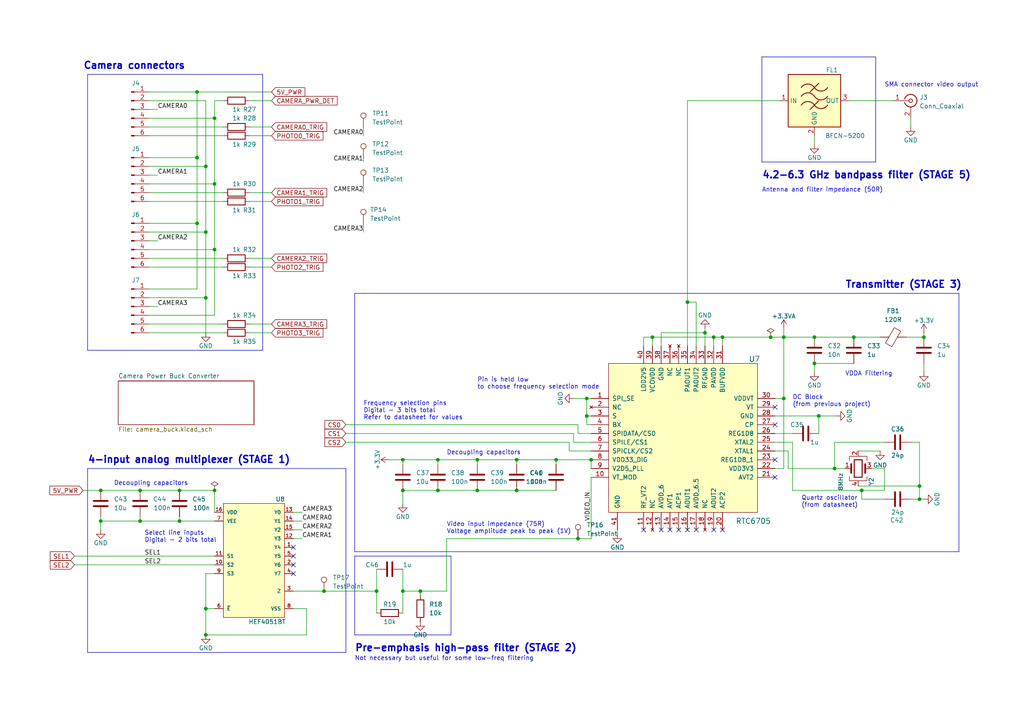
<source format=kicad_sch>
(kicad_sch (version 20230121) (generator eeschema)
  (paper "A4")
  (title_block (title "Camera System Controller") (date "2023-01-28") (rev "0.3") (company "ICLR") (comment 1 "12 MCU I/O") (comment 2 "1 RF Signal O/P") (comment 3 "Campera power I/P ref included"))
  (lib_symbols
    (symbol "Analog_MUX:HEF4051BT" (pin_names (offset 1.016))
      (property "Reference" "U" (at 0 5.08 0))
      (property "Value" "HEF4051BT" (at 0 7.62 0))
      (symbol "HEF4051BT_1_1"
        (rectangle (start 5.08 2.54) (end 22.86 -30.48) (fill (type background)))
        (pin bidirectional line (at 25.4 -10.16 180) (length 2.54) (name "Y4") (number "1"))
        (pin input line (at 2.54 -15.24 0) (length 2.54) (name "S2") (number "10"))
        (pin input line (at 2.54 -12.7 0) (length 2.54) (name "S1") (number "11"))
        (pin bidirectional line (at 25.4 -7.62 180) (length 2.54) (name "Y3") (number "12"))
        (pin bidirectional line (at 25.4 0 180) (length 2.54) (name "Y0") (number "13"))
        (pin bidirectional line (at 25.4 -2.54 180) (length 2.54) (name "Y1") (number "14"))
        (pin bidirectional line (at 25.4 -5.08 180) (length 2.54) (name "Y2") (number "15"))
        (pin power_in line (at 2.54 0 0) (length 2.54) (name "VDD") (number "16"))
        (pin bidirectional line (at 25.4 -15.24 180) (length 2.54) (name "Y6") (number "2"))
        (pin bidirectional line (at 25.4 -22.86 180) (length 2.54) (name "Z") (number "3"))
        (pin bidirectional line (at 25.4 -17.78 180) (length 2.54) (name "Y7") (number "4"))
        (pin bidirectional line (at 25.4 -12.7 180) (length 2.54) (name "Y5") (number "5"))
        (pin input line (at 2.54 -27.94 0) (length 2.54) (name "~{E}") (number "6"))
        (pin power_in line (at 2.54 -2.54 0) (length 2.54) (name "VEE") (number "7"))
        (pin power_in line (at 25.4 -27.94 180) (length 2.54) (name "VSS") (number "8"))
        (pin input line (at 2.54 -17.78 0) (length 2.54) (name "S3") (number "9"))
      )
    )
    (symbol "Connector:Conn_01x06_Pin" (pin_names (offset 1.016) hide)
      (property "Reference" "J" (at 0 7.62 0))
      (property "Value" "Conn_01x06_Pin" (at 0 -10.16 0))
      (symbol "Conn_01x06_Pin_1_1"
        (polyline (pts (xy 1.27 -7.62) (xy 0.8636 -7.62)) (stroke (width 0.1524)))
        (polyline (pts (xy 1.27 -5.08) (xy 0.8636 -5.08)) (stroke (width 0.1524)))
        (polyline (pts (xy 1.27 -2.54) (xy 0.8636 -2.54)) (stroke (width 0.1524)))
        (polyline (pts (xy 1.27 0) (xy 0.8636 0)) (stroke (width 0.1524)))
        (polyline (pts (xy 1.27 2.54) (xy 0.8636 2.54)) (stroke (width 0.1524)))
        (polyline (pts (xy 1.27 5.08) (xy 0.8636 5.08)) (stroke (width 0.1524)))
        (rectangle (start 0.8636 -7.493) (end 0 -7.747) (stroke (width 0.1524)) (fill (type outline)))
        (rectangle (start 0.8636 -4.953) (end 0 -5.207) (stroke (width 0.1524)) (fill (type outline)))
        (rectangle (start 0.8636 -2.413) (end 0 -2.667) (stroke (width 0.1524)) (fill (type outline)))
        (rectangle (start 0.8636 0.127) (end 0 -0.127) (stroke (width 0.1524)) (fill (type outline)))
        (rectangle (start 0.8636 2.667) (end 0 2.413) (stroke (width 0.1524)) (fill (type outline)))
        (rectangle (start 0.8636 5.207) (end 0 4.953) (stroke (width 0.1524)) (fill (type outline)))
        (pin passive line (at 5.08 5.08 180) (length 3.81) (name "Pin_1") (number "1"))
        (pin passive line (at 5.08 2.54 180) (length 3.81) (name "Pin_2") (number "2"))
        (pin passive line (at 5.08 0 180) (length 3.81) (name "Pin_3") (number "3"))
        (pin passive line (at 5.08 -2.54 180) (length 3.81) (name "Pin_4") (number "4"))
        (pin passive line (at 5.08 -5.08 180) (length 3.81) (name "Pin_5") (number "5"))
        (pin passive line (at 5.08 -7.62 180) (length 3.81) (name "Pin_6") (number "6"))
      )
    )
    (symbol "Connector:Conn_Coaxial" (pin_names (offset 1.016) hide)
      (property "Reference" "J" (at 0.254 3.048 0))
      (property "Value" "Conn_Coaxial" (at 2.921 0 90))
      (symbol "Conn_Coaxial_0_1"
        (arc (start -1.778 -0.508) (mid 0.2311 -1.8066) (end 1.778 0) (stroke (width 0.254)))
        (polyline (pts (xy -2.54 0) (xy -0.508 0)))
        (polyline (pts (xy 0 -2.54) (xy 0 -1.778)))
        (circle (center 0 0) (radius 0.508) (stroke (width 0.2032)))
        (arc (start 1.778 0) (mid 0.2099 1.8101) (end -1.778 0.508) (stroke (width 0.254)))
      )
      (symbol "Conn_Coaxial_1_1"
        (pin passive line (at -5.08 0 0) (length 2.54) (name "In") (number "1"))
        (pin passive line (at 0 -5.08 90) (length 2.54) (name "Ext") (number "2"))
      )
    )
    (symbol "Connector:TestPoint" (pin_numbers hide) (pin_names (offset 0.762) hide)
      (property "Reference" "TP" (at 0 6.858 0))
      (property "Value" "TestPoint" (at 0 5.08 0))
      (symbol "TestPoint_0_1"
        (circle (center 0 3.302) (radius 0.762))
      )
      (symbol "TestPoint_1_1"
        (pin passive line (at 0 0 90) (length 2.54) (name "1") (number "1"))
      )
    )
    (symbol "Device:C" (pin_numbers hide) (pin_names (offset 0.254))
      (property "Reference" "C" (at 0.635 2.54 0))
      (property "Value" "C" (at 0.635 -2.54 0))
      (symbol "C_0_1"
        (polyline (pts (xy -2.032 -0.762) (xy 2.032 -0.762)) (stroke (width 0.508)))
        (polyline (pts (xy -2.032 0.762) (xy 2.032 0.762)) (stroke (width 0.508)))
      )
      (symbol "C_1_1"
        (pin passive line (at 0 3.81 270) (length 2.794) (name "~") (number "1"))
        (pin passive line (at 0 -3.81 90) (length 2.794) (name "~") (number "2"))
      )
    )
    (symbol "Device:Crystal_GND24" (pin_names (offset 1.016) hide)
      (property "Reference" "Y" (at 3.175 5.08 0))
      (property "Value" "Crystal_GND24" (at 3.175 3.175 0))
      (symbol "Crystal_GND24_0_1"
        (rectangle (start -1.143 2.54) (end 1.143 -2.54) (stroke (width 0.3048)))
        (polyline (pts (xy -2.54 0) (xy -2.032 0)))
        (polyline (pts (xy -2.032 -1.27) (xy -2.032 1.27)) (stroke (width 0.508)))
        (polyline (pts (xy 0 -3.81) (xy 0 -3.556)))
        (polyline (pts (xy 0 3.556) (xy 0 3.81)))
        (polyline (pts (xy 2.032 -1.27) (xy 2.032 1.27)) (stroke (width 0.508)))
        (polyline (pts (xy 2.032 0) (xy 2.54 0)))
        (polyline (pts (xy -2.54 -2.286) (xy -2.54 -3.556) (xy 2.54 -3.556) (xy 2.54 -2.286)))
        (polyline (pts (xy -2.54 2.286) (xy -2.54 3.556) (xy 2.54 3.556) (xy 2.54 2.286)))
      )
      (symbol "Crystal_GND24_1_1"
        (pin passive line (at -3.81 0 0) (length 1.27) (name "1") (number "1"))
        (pin passive line (at 0 5.08 270) (length 1.27) (name "2") (number "2"))
        (pin passive line (at 3.81 0 180) (length 1.27) (name "3") (number "3"))
        (pin passive line (at 0 -5.08 90) (length 1.27) (name "4") (number "4"))
      )
    )
    (symbol "Device:FerriteBead" (pin_numbers hide) (pin_names (offset 0))
      (property "Reference" "FB" (at -3.81 0.635 90))
      (property "Value" "FerriteBead" (at 3.81 0 90))
      (symbol "FerriteBead_0_1"
        (polyline (pts (xy 0 -1.27) (xy 0 -1.2192)))
        (polyline (pts (xy 0 1.27) (xy 0 1.2954)))
        (polyline (pts (xy -2.7686 0.4064) (xy -1.7018 2.2606) (xy 2.7686 -0.3048) (xy 1.6764 -2.159) (xy -2.7686 0.4064)))
      )
      (symbol "FerriteBead_1_1"
        (pin passive line (at 0 3.81 270) (length 2.54) (name "~") (number "1"))
        (pin passive line (at 0 -3.81 90) (length 2.54) (name "~") (number "2"))
      )
    )
    (symbol "Device:R" (pin_numbers hide) (pin_names (offset 0))
      (property "Reference" "R" (at 2.032 0 90))
      (property "Value" "R" (at 0 0 90))
      (symbol "R_0_1"
        (rectangle (start -1.016 -2.54) (end 1.016 2.54) (stroke (width 0.254)))
      )
      (symbol "R_1_1"
        (pin passive line (at 0 3.81 270) (length 1.27) (name "~") (number "1"))
        (pin passive line (at 0 -3.81 90) (length 1.27) (name "~") (number "2"))
      )
    )
    (symbol "RF_Filter:BFCN-5200"
      (property "Reference" "FL" (at 0 10.795 0))
      (property "Value" "BFCN-5200" (at 0 8.89 0))
      (symbol "BFCN-5200_0_1"
        (rectangle (start -7.62 7.62) (end 7.62 -7.62) (stroke (width 0.254)) (fill (type background)))
        (arc (start 0 -1.27) (mid -1.905 -0.2505) (end -3.81 -1.27) (stroke (width 0.254)))
        (arc (start 0 -1.27) (mid 1.905 -2.2895) (end 3.81 -1.27) (stroke (width 0.254)))
        (polyline (pts (xy -1.27 -2.54) (xy 1.27 0)) (stroke (width 0.254)))
        (polyline (pts (xy -1.27 2.54) (xy 1.27 5.08)) (stroke (width 0.254)))
        (arc (start 0 1.27) (mid -1.905 2.2895) (end -3.81 1.27) (stroke (width 0.254)))
        (arc (start 0 1.27) (mid 1.905 0.2505) (end 3.81 1.27) (stroke (width 0.254)))
        (arc (start 0 3.81) (mid -1.905 4.8295) (end -3.81 3.81) (stroke (width 0.254)))
        (arc (start 0 3.81) (mid 1.905 2.7905) (end 3.81 3.81) (stroke (width 0.254)))
      )
      (symbol "BFCN-5200_1_1"
        (pin passive line (at -10.16 0 0) (length 2.54) (name "IN") (number "1"))
        (pin passive line (at 0 -10.16 90) (length 2.54) (name "GND") (number "2"))
        (pin passive line (at 10.16 0 180) (length 2.54) (name "OUT") (number "3"))
        (pin passive line (at 0 -10.16 90) (length 2.54) hide (name "GND") (number "4"))
      )
    )
    (symbol "custom:RTC6705" (pin_names (offset 1.016))
      (property "Reference" "U3" (at 19.05 1.27 0))
      (property "Value" "RTC6705" (at 15.24 -45.72 0))
      (symbol "RTC6705_0_1"
        (rectangle (start 21.59 -43.18) (end -21.59 0) (fill (type background)))
      )
      (symbol "RTC6705_1_1"
        (pin input line (at -26.67 -10.16 0) (length 5.08) (name "SPI_SE") (number "1"))
        (pin input line (at -26.67 -33.02 0) (length 5.08) (name "VT_MOD") (number "10"))
        (pin input line (at -11.43 -48.26 90) (length 5.08) (name "RF_VT2") (number "11"))
        (pin no_connect line (at -8.89 -48.26 90) (length 5.08) (name "NC") (number "12"))
        (pin power_in line (at -6.35 -48.26 90) (length 5.08) (name "AVDD_6") (number "13"))
        (pin input line (at -3.81 -48.26 90) (length 5.08) (name "AVT1") (number "14"))
        (pin output line (at -1.27 -48.26 90) (length 5.08) (name "ACP1") (number "15"))
        (pin output line (at 1.27 -48.26 90) (length 5.08) (name "AOUT1") (number "16"))
        (pin power_in line (at 3.81 -48.26 90) (length 5.08) (name "AVDD_6.5") (number "17"))
        (pin no_connect line (at 6.35 -48.26 90) (length 5.08) (name "NC") (number "18"))
        (pin output line (at 8.89 -48.26 90) (length 5.08) (name "AOUT2") (number "19"))
        (pin no_connect line (at -26.67 -12.7 0) (length 5.08) (name "NC") (number "2"))
        (pin output line (at 11.43 -48.26 90) (length 5.08) (name "ACP2") (number "20"))
        (pin input line (at 26.67 -33.02 180) (length 5.08) (name "AVT2") (number "21"))
        (pin power_in line (at 26.67 -30.48 180) (length 5.08) (name "VDD3V3") (number "22"))
        (pin output line (at 26.67 -27.94 180) (length 5.08) (name "REG1D8_1") (number "23"))
        (pin bidirectional line (at 26.67 -25.4 180) (length 5.08) (name "XTAL1") (number "24"))
        (pin bidirectional line (at 26.67 -22.86 180) (length 5.08) (name "XTAL2") (number "25"))
        (pin output line (at 26.67 -20.32 180) (length 5.08) (name "REG1D8") (number "26"))
        (pin output line (at 26.67 -17.78 180) (length 5.08) (name "CP") (number "27"))
        (pin power_out line (at 26.67 -15.24 180) (length 5.08) (name "GND") (number "28"))
        (pin input line (at 26.67 -12.7 180) (length 5.08) (name "VT") (number "29"))
        (pin input line (at -26.67 -15.24 0) (length 5.08) (name "S") (number "3"))
        (pin power_in line (at 26.67 -10.16 180) (length 5.08) (name "VDDVT") (number "30"))
        (pin power_in line (at 11.43 5.08 270) (length 5.08) (name "BUFVDD") (number "31"))
        (pin power_in line (at 8.89 5.08 270) (length 5.08) (name "PAVDD") (number "32"))
        (pin power_out line (at 6.35 5.08 270) (length 5.08) (name "RFGND") (number "33"))
        (pin output line (at 3.81 5.08 270) (length 5.08) (name "PAOUT2") (number "34"))
        (pin output line (at 1.27 5.08 270) (length 5.08) (name "PAOUT1") (number "35"))
        (pin no_connect line (at -1.27 5.08 270) (length 5.08) (name "NC") (number "36"))
        (pin no_connect line (at -3.81 5.08 270) (length 5.08) (name "NC") (number "37"))
        (pin power_out line (at -6.35 5.08 270) (length 5.08) (name "GND") (number "38"))
        (pin power_in line (at -8.89 5.08 270) (length 5.08) (name "VCOVDD") (number "39"))
        (pin input line (at -26.67 -17.78 0) (length 5.08) (name "BX") (number "4"))
        (pin power_in line (at -11.43 5.08 270) (length 5.08) (name "LDD2V5") (number "40"))
        (pin input line (at -19.05 -48.26 90) (length 5.08) (name "GND") (number "41"))
        (pin input line (at -26.67 -20.32 0) (length 5.08) (name "SPIDATA/CS0") (number "5"))
        (pin input line (at -26.67 -22.86 0) (length 5.08) (name "SPILE/CS1") (number "6"))
        (pin input line (at -26.67 -25.4 0) (length 5.08) (name "SPICLK/CS2") (number "7"))
        (pin power_in line (at -26.67 -27.94 0) (length 5.08) (name "VDD33_DIG") (number "8"))
        (pin power_in line (at -26.67 -30.48 0) (length 5.08) (name "V2D5_PLL") (number "9"))
      )
    )
    (symbol "power:+3.3V" (power) (pin_names (offset 0))
      (property "Value" "+3.3V" (at 0 3.556 0))
      (symbol "+3.3V_0_1"
        (polyline (pts (xy -0.762 1.27) (xy 0 2.54)))
        (polyline (pts (xy 0 0) (xy 0 2.54)))
        (polyline (pts (xy 0 2.54) (xy 0.762 1.27)))
      )
      (symbol "+3.3V_1_1"
        (pin power_in line (at 0 0 90) (length 0) hide (name "+3.3V") (number "1"))
      )
    )
    (symbol "power:+3.3VA" (power) (pin_names (offset 0))
      (property "Value" "+3.3VA" (at 0 3.556 0))
      (symbol "+3.3VA_0_1"
        (polyline (pts (xy -0.762 1.27) (xy 0 2.54)))
        (polyline (pts (xy 0 0) (xy 0 2.54)))
        (polyline (pts (xy 0 2.54) (xy 0.762 1.27)))
      )
      (symbol "+3.3VA_1_1"
        (pin power_in line (at 0 0 90) (length 0) hide (name "+3.3VA") (number "1"))
      )
    )
    (symbol "power:GND" (power) (pin_names (offset 0))
      (property "Value" "GND" (at 0 -3.81 0))
      (symbol "GND_0_1"
        (polyline (pts (xy 0 0) (xy 0 -1.27) (xy 1.27 -1.27) (xy 0 -2.54) (xy -1.27 -1.27) (xy 0 -1.27)))
      )
      (symbol "GND_1_1"
        (pin power_in line (at 0 0 270) (length 0) hide (name "GND") (number "1"))
      )
    )
    (symbol "power:PWR_FLAG" (power) (pin_numbers hide) (pin_names (offset 0) hide)
      (property "Value" "PWR_FLAG" (at 0 3.81 0))
      (symbol "PWR_FLAG_0_0"
        (pin power_out line (at 0 0 90) (length 0) (name "pwr") (number "1"))
      )
      (symbol "PWR_FLAG_0_1"
        (polyline (pts (xy 0 0) (xy 0 1.27) (xy -1.016 1.905) (xy 0 2.54) (xy 1.016 1.905) (xy 0 1.27)))
      )
    )
  )
  (junction (at 59.69 86.36))
  (junction (at 170.18 120.65))
  (junction (at 62.23 72.39))
  (junction (at 237.49 120.65))
  (junction (at 204.47 96.52))
  (junction (at 109.22 171.45))
  (junction (at 267.97 97.79))
  (junction (at 29.21 142.24))
  (junction (at 266.7 140.97))
  (junction (at 171.45 133.35))
  (junction (at 161.29 133.35))
  (junction (at 59.69 67.31))
  (junction (at 207.01 97.79))
  (junction (at 116.84 133.35))
  (junction (at 223.52 97.79))
  (junction (at 247.65 97.79))
  (junction (at 57.15 26.67))
  (junction (at 170.18 115.57))
  (junction (at 62.23 34.29))
  (junction (at 52.07 142.24))
  (junction (at 138.43 133.35))
  (junction (at 62.23 142.24))
  (junction (at 167.64 156.21))
  (junction (at 227.33 115.57))
  (junction (at 242.062 135.89))
  (junction (at 57.15 64.77))
  (junction (at 127 142.24))
  (junction (at 127 133.35))
  (junction (at 227.33 97.79))
  (junction (at 149.86 133.35))
  (junction (at 236.22 97.79))
  (junction (at 62.23 53.34))
  (junction (at 40.64 151.13))
  (junction (at 116.84 171.45))
  (junction (at 189.23 97.79))
  (junction (at 236.22 105.41))
  (junction (at 209.55 97.79))
  (junction (at 138.43 142.24))
  (junction (at 52.07 151.13))
  (junction (at 249.936 142.24))
  (junction (at 59.69 184.15))
  (junction (at 59.69 48.26))
  (junction (at 57.15 45.72))
  (junction (at 59.69 176.53))
  (junction (at 93.98 171.45))
  (junction (at 121.92 171.45))
  (junction (at 116.84 142.24))
  (junction (at 149.86 142.24))
  (junction (at 40.64 142.24))
  (junction (at 266.7 144.78))
  (junction (at 29.21 151.13))
  (junction (at 199.39 87.63))
  (no_connect (at 199.39 153.67))
  (no_connect (at 196.85 153.67))
  (no_connect (at 209.55 153.67))
  (no_connect (at 224.79 133.35))
  (no_connect (at 224.79 138.43))
  (no_connect (at 207.01 153.67))
  (no_connect (at 224.79 118.11))
  (no_connect (at 194.31 153.67))
  (no_connect (at 85.09 161.29))
  (no_connect (at 186.69 153.67))
  (no_connect (at 191.77 153.67))
  (no_connect (at 85.09 163.83))
  (no_connect (at 85.09 158.75))
  (no_connect (at 201.93 153.67))
  (no_connect (at 224.79 123.19))
  (no_connect (at 85.09 166.37))
  (wire (pts (xy 43.18 69.85) (xy 45.72 69.85)))
  (wire (pts (xy 228.6 135.89) (xy 242.062 135.89)))
  (wire (pts (xy 57.15 45.72) (xy 57.15 64.77)))
  (wire (pts (xy 191.77 96.52) (xy 191.77 100.33)))
  (wire (pts (xy 223.52 97.79) (xy 227.33 97.79)))
  (wire (pts (xy 93.98 171.45) (xy 109.22 171.45)))
  (wire (pts (xy 43.18 74.93) (xy 64.77 74.93)))
  (wire (pts (xy 204.47 96.52) (xy 204.47 100.33)))
  (wire (pts (xy 248.92 140.97) (xy 266.7 140.97)))
  (wire (pts (xy 29.21 151.13) (xy 29.21 149.86)))
  (wire (pts (xy 85.09 151.13) (xy 87.63 151.13)))
  (wire (pts (xy 209.55 97.79) (xy 223.52 97.79)))
  (wire (pts (xy 209.55 97.79) (xy 209.55 100.33)))
  (wire (pts (xy 88.9 176.53) (xy 88.9 184.15)))
  (wire (pts (xy 109.22 165.1) (xy 109.22 171.45)))
  (wire (pts (xy 105.41 45.72) (xy 105.41 46.99)))
  (wire (pts (xy 189.23 97.79) (xy 207.01 97.79)))
  (wire (pts (xy 40.64 142.24) (xy 52.07 142.24)))
  (wire (pts (xy 43.18 83.82) (xy 57.15 83.82)))
  (polyline (pts (xy 220.98 46.99) (xy 220.98 16.51)))
  (wire (pts (xy 57.15 26.67) (xy 78.74 26.67)))
  (wire (pts (xy 21.59 161.29) (xy 62.23 161.29)))
  (wire (pts (xy 59.69 48.26) (xy 59.69 67.31)))
  (wire (pts (xy 116.84 142.24) (xy 127 142.24)))
  (wire (pts (xy 236.22 97.79) (xy 247.65 97.79)))
  (wire (pts (xy 43.18 26.67) (xy 57.15 26.67)))
  (wire (pts (xy 237.49 120.65) (xy 237.49 125.73)))
  (wire (pts (xy 43.18 55.88) (xy 64.77 55.88)))
  (wire (pts (xy 72.39 77.47) (xy 78.74 77.47)))
  (wire (pts (xy 171.45 123.19) (xy 170.18 123.19)))
  (polyline (pts (xy 25.4 135.89) (xy 25.4 189.23)))
  (polyline (pts (xy 222.25 16.51) (xy 254 16.51)))
  (wire (pts (xy 43.18 29.21) (xy 59.69 29.21)))
  (wire (pts (xy 249.936 144.78) (xy 256.54 144.78)))
  (wire (pts (xy 43.18 45.72) (xy 57.15 45.72)))
  (polyline (pts (xy 130.81 184.15) (xy 102.87 184.15)))
  (wire (pts (xy 72.39 96.52) (xy 78.74 96.52)))
  (wire (pts (xy 186.69 97.79) (xy 189.23 97.79)))
  (wire (pts (xy 85.09 176.53) (xy 88.9 176.53)))
  (wire (pts (xy 226.06 29.21) (xy 199.39 29.21)))
  (wire (pts (xy 224.79 130.81) (xy 228.6 130.81)))
  (polyline (pts (xy 254 46.99) (xy 220.98 46.99)))
  (wire (pts (xy 43.18 53.34) (xy 62.23 53.34)))
  (wire (pts (xy 186.69 100.33) (xy 186.69 97.79)))
  (wire (pts (xy 121.92 171.45) (xy 129.54 171.45)))
  (wire (pts (xy 249.936 142.24) (xy 256.54 142.24)))
  (wire (pts (xy 62.23 176.53) (xy 59.69 176.53)))
  (wire (pts (xy 43.18 58.42) (xy 64.77 58.42)))
  (polyline (pts (xy 102.87 161.29) (xy 130.81 161.29)))
  (wire (pts (xy 264.16 128.27) (xy 266.7 128.27)))
  (wire (pts (xy 227.33 97.79) (xy 236.22 97.79)))
  (wire (pts (xy 62.23 142.24) (xy 52.07 142.24)))
  (wire (pts (xy 229.87 128.27) (xy 229.87 142.24)))
  (wire (pts (xy 109.22 171.45) (xy 109.22 177.8)))
  (wire (pts (xy 127 133.35) (xy 127 134.62)))
  (wire (pts (xy 21.59 163.83) (xy 62.23 163.83)))
  (wire (pts (xy 43.18 31.75) (xy 45.72 31.75)))
  (wire (pts (xy 165.1 128.27) (xy 165.1 130.81)))
  (wire (pts (xy 59.69 166.37) (xy 62.23 166.37)))
  (wire (pts (xy 43.18 91.44) (xy 62.23 91.44)))
  (wire (pts (xy 236.22 105.41) (xy 236.22 107.95)))
  (wire (pts (xy 62.23 34.29) (xy 62.23 53.34)))
  (wire (pts (xy 242.062 128.27) (xy 256.54 128.27)))
  (wire (pts (xy 199.39 87.63) (xy 199.39 100.33)))
  (wire (pts (xy 224.79 128.27) (xy 229.87 128.27)))
  (wire (pts (xy 170.18 115.57) (xy 171.45 115.57)))
  (wire (pts (xy 228.6 130.81) (xy 228.6 135.89)))
  (wire (pts (xy 43.18 64.77) (xy 57.15 64.77)))
  (wire (pts (xy 267.97 96.52) (xy 267.97 97.79)))
  (wire (pts (xy 138.43 142.24) (xy 149.86 142.24)))
  (wire (pts (xy 59.69 166.37) (xy 59.69 176.53)))
  (wire (pts (xy 224.79 125.73) (xy 229.87 125.73)))
  (wire (pts (xy 129.54 156.21) (xy 129.54 171.45)))
  (wire (pts (xy 138.43 133.35) (xy 127 133.35)))
  (wire (pts (xy 43.18 93.98) (xy 64.77 93.98)))
  (wire (pts (xy 237.49 120.65) (xy 242.57 120.65)))
  (wire (pts (xy 52.07 151.13) (xy 52.07 149.86)))
  (wire (pts (xy 170.18 115.57) (xy 170.18 120.65)))
  (wire (pts (xy 248.92 130.81) (xy 255.27 130.81)))
  (wire (pts (xy 201.93 87.63) (xy 199.39 87.63)))
  (wire (pts (xy 72.39 29.21) (xy 78.74 29.21)))
  (wire (pts (xy 59.69 184.15) (xy 88.9 184.15)))
  (wire (pts (xy 43.18 72.39) (xy 62.23 72.39)))
  (wire (pts (xy 43.18 36.83) (xy 64.77 36.83)))
  (polyline (pts (xy 130.81 161.29) (xy 130.81 184.15)))
  (polyline (pts (xy 220.98 16.51) (xy 222.25 16.51)))
  (polyline (pts (xy 25.4 21.59) (xy 76.2 21.59)))
  (wire (pts (xy 43.18 39.37) (xy 64.77 39.37)))
  (wire (pts (xy 179.07 153.67) (xy 179.07 154.94)))
  (wire (pts (xy 59.69 86.36) (xy 59.69 96.52)))
  (wire (pts (xy 166.37 115.57) (xy 170.18 115.57)))
  (wire (pts (xy 121.92 171.45) (xy 121.92 172.72)))
  (wire (pts (xy 167.64 123.19) (xy 167.64 125.73)))
  (wire (pts (xy 129.54 156.21) (xy 167.64 156.21)))
  (wire (pts (xy 43.18 88.9) (xy 45.72 88.9)))
  (wire (pts (xy 100.33 125.73) (xy 166.37 125.73)))
  (wire (pts (xy 149.86 133.35) (xy 138.43 133.35)))
  (wire (pts (xy 72.39 93.98) (xy 78.74 93.98)))
  (wire (pts (xy 43.18 96.52) (xy 64.77 96.52)))
  (wire (pts (xy 266.7 140.97) (xy 266.7 144.78)))
  (wire (pts (xy 166.37 128.27) (xy 171.45 128.27)))
  (wire (pts (xy 191.77 96.52) (xy 204.47 96.52)))
  (wire (pts (xy 252.73 135.89) (xy 256.54 135.89)))
  (wire (pts (xy 116.84 133.35) (xy 116.84 134.62)))
  (wire (pts (xy 201.93 87.63) (xy 201.93 100.33)))
  (wire (pts (xy 62.23 29.21) (xy 62.23 34.29)))
  (wire (pts (xy 100.33 123.19) (xy 167.64 123.19)))
  (wire (pts (xy 62.23 72.39) (xy 62.23 91.44)))
  (wire (pts (xy 267.97 105.41) (xy 267.97 107.95)))
  (polyline (pts (xy 76.2 101.6) (xy 76.2 21.59)))
  (wire (pts (xy 105.41 64.77) (xy 105.41 67.31)))
  (wire (pts (xy 247.65 97.79) (xy 255.27 97.79)))
  (wire (pts (xy 43.18 48.26) (xy 59.69 48.26)))
  (wire (pts (xy 43.18 67.31) (xy 59.69 67.31)))
  (wire (pts (xy 62.23 29.21) (xy 64.77 29.21)))
  (wire (pts (xy 113.03 133.35) (xy 116.84 133.35)))
  (wire (pts (xy 116.84 171.45) (xy 116.84 177.8)))
  (wire (pts (xy 171.45 138.43) (xy 171.45 156.21)))
  (wire (pts (xy 138.43 133.35) (xy 138.43 134.62)))
  (polyline (pts (xy 25.4 21.59) (xy 25.4 101.6)))
  (wire (pts (xy 256.54 142.24) (xy 256.54 135.89)))
  (wire (pts (xy 165.1 130.81) (xy 171.45 130.81)))
  (wire (pts (xy 85.09 156.21) (xy 87.63 156.21)))
  (wire (pts (xy 72.39 39.37) (xy 78.74 39.37)))
  (wire (pts (xy 242.062 135.89) (xy 245.11 135.89)))
  (wire (pts (xy 207.01 97.79) (xy 209.55 97.79)))
  (wire (pts (xy 170.18 120.65) (xy 171.45 120.65)))
  (polyline (pts (xy 254 16.51) (xy 254 46.99)))
  (wire (pts (xy 224.79 115.57) (xy 227.33 115.57)))
  (wire (pts (xy 170.18 120.65) (xy 170.18 123.19)))
  (wire (pts (xy 264.16 34.29) (xy 264.16 36.83)))
  (wire (pts (xy 24.13 142.24) (xy 29.21 142.24)))
  (wire (pts (xy 167.64 125.73) (xy 171.45 125.73)))
  (wire (pts (xy 43.18 77.47) (xy 64.77 77.47)))
  (wire (pts (xy 199.39 29.21) (xy 199.39 87.63)))
  (wire (pts (xy 227.33 97.79) (xy 227.33 115.57)))
  (wire (pts (xy 149.86 133.35) (xy 149.86 134.62)))
  (wire (pts (xy 72.39 58.42) (xy 78.74 58.42)))
  (wire (pts (xy 236.22 39.37) (xy 236.22 41.91)))
  (wire (pts (xy 161.29 133.35) (xy 171.45 133.35)))
  (wire (pts (xy 229.87 142.24) (xy 249.936 142.24)))
  (wire (pts (xy 236.22 105.41) (xy 247.65 105.41)))
  (wire (pts (xy 62.23 148.59) (xy 62.23 142.24)))
  (polyline (pts (xy 102.87 160.02) (xy 102.87 85.09)))
  (wire (pts (xy 171.45 133.35) (xy 171.45 135.89)))
  (wire (pts (xy 166.37 125.73) (xy 166.37 128.27)))
  (polyline (pts (xy 278.13 85.09) (xy 278.13 160.02)))
  (wire (pts (xy 224.79 135.89) (xy 227.33 135.89)))
  (wire (pts (xy 52.07 151.13) (xy 40.64 151.13)))
  (wire (pts (xy 227.33 95.25) (xy 227.33 97.79)))
  (wire (pts (xy 227.33 115.57) (xy 227.33 135.89)))
  (polyline (pts (xy 25.4 189.23) (xy 100.33 189.23)))
  (wire (pts (xy 59.69 67.31) (xy 59.69 86.36)))
  (wire (pts (xy 116.84 142.24) (xy 116.84 146.05)))
  (wire (pts (xy 116.84 165.1) (xy 116.84 171.45)))
  (polyline (pts (xy 102.87 85.09) (xy 278.13 85.09)))
  (wire (pts (xy 52.07 151.13) (xy 62.23 151.13)))
  (polyline (pts (xy 278.13 160.02) (xy 102.87 160.02)))
  (wire (pts (xy 43.18 34.29) (xy 62.23 34.29)))
  (wire (pts (xy 59.69 29.21) (xy 59.69 48.26)))
  (wire (pts (xy 85.09 171.45) (xy 93.98 171.45)))
  (wire (pts (xy 62.23 53.34) (xy 62.23 72.39)))
  (wire (pts (xy 149.86 142.24) (xy 161.29 142.24)))
  (polyline (pts (xy 100.33 189.23) (xy 100.33 135.89)))
  (wire (pts (xy 72.39 36.83) (xy 78.74 36.83)))
  (wire (pts (xy 85.09 153.67) (xy 87.63 153.67)))
  (wire (pts (xy 127 133.35) (xy 116.84 133.35)))
  (wire (pts (xy 57.15 64.77) (xy 57.15 83.82)))
  (wire (pts (xy 57.15 26.67) (xy 57.15 45.72)))
  (wire (pts (xy 72.39 55.88) (xy 78.74 55.88)))
  (polyline (pts (xy 25.4 101.6) (xy 76.2 101.6)))
  (wire (pts (xy 127 142.24) (xy 138.43 142.24)))
  (wire (pts (xy 105.41 53.34) (xy 105.41 55.88)))
  (wire (pts (xy 266.7 128.27) (xy 266.7 140.97)))
  (wire (pts (xy 167.64 156.21) (xy 171.45 156.21)))
  (wire (pts (xy 43.18 86.36) (xy 59.69 86.36)))
  (wire (pts (xy 29.21 151.13) (xy 40.64 151.13)))
  (wire (pts (xy 105.41 36.83) (xy 105.41 39.37)))
  (wire (pts (xy 43.18 50.8) (xy 45.72 50.8)))
  (wire (pts (xy 29.21 151.13) (xy 29.21 153.67)))
  (wire (pts (xy 100.33 128.27) (xy 165.1 128.27)))
  (polyline (pts (xy 102.87 161.29) (xy 102.87 184.15)))
  (wire (pts (xy 242.062 128.27) (xy 242.062 135.89)))
  (wire (pts (xy 59.69 176.53) (xy 59.69 184.15)))
  (wire (pts (xy 116.84 171.45) (xy 121.92 171.45)))
  (wire (pts (xy 40.64 151.13) (xy 40.64 149.86)))
  (wire (pts (xy 85.09 148.59) (xy 87.63 148.59)))
  (wire (pts (xy 246.38 29.21) (xy 259.08 29.21)))
  (wire (pts (xy 264.16 144.78) (xy 266.7 144.78)))
  (wire (pts (xy 72.39 74.93) (xy 78.74 74.93)))
  (polyline (pts (xy 100.33 135.89) (xy 25.4 135.89)))
  (wire (pts (xy 161.29 133.35) (xy 149.86 133.35)))
  (wire (pts (xy 204.47 95.25) (xy 204.47 96.52)))
  (wire (pts (xy 249.936 144.78) (xy 249.936 142.24)))
  (wire (pts (xy 207.01 100.33) (xy 207.01 97.79)))
  (wire (pts (xy 29.21 142.24) (xy 40.64 142.24)))
  (wire (pts (xy 161.29 133.35) (xy 161.29 134.62)))
  (wire (pts (xy 262.89 97.79) (xy 267.97 97.79)))
  (wire (pts (xy 224.79 120.65) (xy 237.49 120.65)))
  (wire (pts (xy 266.7 144.78) (xy 267.97 144.78)))
  (wire (pts (xy 189.23 100.33) (xy 189.23 97.79)))
  (text "4.2-6.3 GHz bandpass filter (STAGE 5)" (at 220.98 52.07 0) (effects (font (size 2 2) (thickness 0.4) bold) (justify left bottom)))
  (text "Decoupling capacitors" (at 129.54 132.08 0) (effects (font (size 1.27 1.27)) (justify left bottom)))
  (text "Not necessary but useful for some low-freq filtering" (at 102.87 191.77 0) (effects (font (size 1.27 1.27)) (justify left bottom)))
  (text "Antenna and filter impedance (50R)" (at 220.98 55.88 0) (effects (font (size 1.27 1.27)) (justify left bottom)))
  (text "Select line inputs\nDigital - 2 bits total" (at 41.91 157.48 0) (effects (font (size 1.27 1.27)) (justify left bottom)))
  (text "Frequency selection pins\nDigital - 3 bits total\nRefer to datasheet for values\n" (at 105.41 121.92 0) (effects (font (size 1.27 1.27)) (justify left bottom)))
  (text "Video input impedance (75R)\nVoltage amplitude peak to peak (1V)" (at 129.54 154.94 0) (effects (font (size 1.27 1.27)) (justify left bottom)))
  (text "Pin is held low\nto choose frequency selection mode" (at 138.43 113.03 0) (effects (font (size 1.27 1.27)) (justify left bottom)))
  (text "Quartz oscillator\n(from datasheet)" (at 232.41 147.32 0) (effects (font (size 1.27 1.27)) (justify left bottom)))
  (text "Transmitter (STAGE 3)" (at 245.11 83.82 0) (effects (font (size 2 2) (thickness 0.4) bold) (justify left bottom)))
  (text "Camera connectors" (at 24.13 20.32 0) (effects (font (size 2 2) (thickness 0.4) bold) (justify left bottom)))
  (text "VDDA Filtering" (at 245.11 109.22 0) (effects (font (size 1.27 1.27)) (justify left bottom)))
  (text "DC Block\n(from previous project)" (at 229.87 118.11 0) (effects (font (size 1.27 1.27)) (justify left bottom)))
  (text "Decoupling capacitors" (at 33.02 140.97 0) (effects (font (size 1.27 1.27)) (justify left bottom)))
  (text "SMA connector video output" (at 256.54 25.4 0) (effects (font (size 1.27 1.27)) (justify left bottom)))
  (text "4-input analog multiplexer (STAGE 1)" (at 25.4 134.62 0) (effects (font (size 2 2) (thickness 0.4) bold) (justify left bottom)))
  (text "Pre-emphasis high-pass filter (STAGE 2)" (at 102.87 189.23 0) (effects (font (size 2 2) (thickness 0.4) bold) (justify left bottom)))
  (label "CAMERA0" (at 87.63 151.13 0))
  (label "SEL2" (at 41.91 163.83 0))
  (label "CAMERA0" (at 45.72 31.75 0))
  (label "VIDEO_IN" (at 171.45 151.13 90))
  (label "CAMERA1" (at 45.72 50.8 0))
  (label "CAMERA2" (at 45.72 69.85 0))
  (label "CAMERA1" (at 87.63 156.21 0))
  (label "CAMERA3" (at 87.63 148.59 0))
  (label "CAMERA3" (at 45.72 88.9 0))
  (label "CAMERA1" (at 105.41 46.99 180))
  (label "CAMERA2" (at 87.63 153.67 0))
  (label "CAMERA0" (at 105.41 39.37 180))
  (label "CAMERA2" (at 105.41 55.88 180))
  (label "SEL1" (at 41.91 161.29 0))
  (label "CAMERA3" (at 105.41 67.31 180))
  (global_label "5V_PWR" (shape input) (at 78.74 26.67 0) (property "Intersheetrefs" "${INTERSHEET_REFS}" (effects hide)))
  (global_label "CS2" (shape input) (at 100.33 128.27 180) (property "Intersheetrefs" "${INTERSHEET_REFS}" (effects hide)))
  (global_label "CS0" (shape input) (at 100.33 123.19 180) (property "Intersheetrefs" "${INTERSHEET_REFS}" (effects hide)))
  (global_label "CAMERA1_TRIG" (shape input) (at 78.74 55.88 0) (property "Intersheetrefs" "${INTERSHEET_REFS}" (effects hide)))
  (global_label "SEL1" (shape input) (at 21.59 161.29 180) (property "Intersheetrefs" "${INTERSHEET_REFS}" (effects hide)))
  (global_label "CAMERA2_TRIG" (shape input) (at 78.74 74.93 0) (property "Intersheetrefs" "${INTERSHEET_REFS}" (effects hide)))
  (global_label "CAMERA0_TRIG" (shape input) (at 78.74 36.83 0) (property "Intersheetrefs" "${INTERSHEET_REFS}" (effects hide)))
  (global_label "PHOTO1_TRIG" (shape input) (at 78.74 58.42 0) (property "Intersheetrefs" "${INTERSHEET_REFS}" (effects hide)))
  (global_label "PHOTO0_TRIG" (shape input) (at 78.74 39.37 0) (property "Intersheetrefs" "${INTERSHEET_REFS}" (effects hide)))
  (global_label "PHOTO2_TRIG" (shape input) (at 78.74 77.47 0) (property "Intersheetrefs" "${INTERSHEET_REFS}" (effects hide)))
  (global_label "CAMERA_PWR_DET" (shape input) (at 78.74 29.21 0) (property "Intersheetrefs" "${INTERSHEET_REFS}" (effects hide)))
  (global_label "PHOTO3_TRIG" (shape input) (at 78.74 96.52 0) (property "Intersheetrefs" "${INTERSHEET_REFS}" (effects hide)))
  (global_label "CAMERA3_TRIG" (shape input) (at 78.74 93.98 0) (property "Intersheetrefs" "${INTERSHEET_REFS}" (effects hide)))
  (global_label "5V_PWR" (shape input) (at 24.13 142.24 180) (property "Intersheetrefs" "${INTERSHEET_REFS}" (effects hide)))
  (global_label "CS1" (shape input) (at 100.33 125.73 180) (property "Intersheetrefs" "${INTERSHEET_REFS}" (effects hide)))
  (global_label "SEL2" (shape input) (at 21.59 163.83 180) (property "Intersheetrefs" "${INTERSHEET_REFS}" (effects hide)))
  (symbol (lib_id "Device:R") (at 68.58 93.98 90) (unit 1)
    (property "Reference" "R34" (at 72.39 91.44 90))
    (property "Value" "1k" (at 68.58 91.44 90))
    (property "Footprint" "Resistor_SMD:R_0402_1005Metric" (effects hide))
  )
  (symbol (lib_id "Connector:TestPoint") (at 93.98 171.45 0) (unit 1)
    (property "Reference" "TP17" (at 96.52 167.513 0) (effects (justify left)))
    (property "Value" "TestPoint" (at 96.52 170.053 0) (effects (justify left)))
    (property "Footprint" "TestPoint:TestPoint_Pad_D1.0mm" (effects hide))
  )
  (symbol (lib_id "power:GND") (at 255.27 130.81 0) (unit 1)
    (property "Reference" "#PWR028" (effects hide))
    (property "Value" "GND" (at 255.27 134.9455 0))
  )
  (symbol (lib_id "Device:R") (at 68.58 58.42 90) (mirror x) (unit 1)
    (property "Reference" "R31" (at 72.39 60.96 90))
    (property "Value" "1k" (at 68.58 60.96 90))
    (property "Footprint" "Resistor_SMD:R_0402_1005Metric" (effects hide))
  )
  (symbol (lib_id "power:GND") (at 179.07 154.94 0) (unit 1)
    (property "Reference" "#PWR071" (effects hide))
    (property "Value" "GND" (at 179.07 158.75 0))
  )
  (symbol (lib_id "Device:C") (at 29.21 146.05 0) (unit 1)
    (property "Reference" "C43" (at 33.02 144.7799 0) (effects (justify left)))
    (property "Value" "10u" (at 33.02 147.3199 0) (effects (justify left)))
    (property "Footprint" "Capacitor_SMD:C_0603_1608Metric" (effects hide))
  )
  (symbol (lib_id "Device:R") (at 113.03 177.8 90) (unit 1)
    (property "Reference" "R19" (at 113.03 175.26 90))
    (property "Value" "10k" (at 113.03 180.34 90))
    (property "Footprint" "Resistor_SMD:R_0402_1005Metric" (effects hide))
  )
  (symbol (lib_id "RF_Filter:BFCN-5200") (at 236.22 29.21 0) (unit 1)
    (property "Reference" "FL1" (at 241.3 20.32 0))
    (property "Value" "BFCN-5200" (at 245.11 39.37 0))
    (property "Footprint" "Filter:Filter_Mini-Circuits_FV1206-4" (effects hide))
    (property "Datasheet" "https://www.minicircuits.com/pdfs/BFCN-5200+.pdf" (effects hide))
  )
  (symbol (lib_id "power:PWR_FLAG") (at 223.52 97.79 0) (unit 1)
    (property "Reference" "#FLG06" (effects hide))
    (property "Value" "PWR_FLAG" (effects hide))
  )
  (symbol (lib_id "Device:R") (at 68.58 77.47 90) (mirror x) (unit 1)
    (property "Reference" "R33" (at 72.39 80.01 90))
    (property "Value" "1k" (at 68.58 80.01 90))
    (property "Footprint" "Resistor_SMD:R_0402_1005Metric" (effects hide))
  )
  (symbol (lib_id "power:+3.3VA") (at 227.33 95.25 0) (unit 1)
    (property "Reference" "#PWR060" (effects hide))
    (property "Value" "+3.3VA" (at 227.33 91.694 0))
  )
  (symbol (lib_id "power:GND") (at 264.16 36.83 0) (unit 1)
    (property "Reference" "#PWR052" (effects hide))
    (property "Value" "GND" (at 264.16 40.64 0))
  )
  (symbol (lib_id "Device:R") (at 68.58 39.37 90) (mirror x) (unit 1)
    (property "Reference" "R29" (at 72.39 41.91 90))
    (property "Value" "1k" (at 68.58 41.91 90))
    (property "Footprint" "Resistor_SMD:R_0402_1005Metric" (effects hide))
  )
  (symbol (lib_id "Connector:Conn_01x06_Pin") (at 38.1 31.75 0) (unit 1)
    (property "Reference" "J4" (at 39.37 24.13 0))
    (property "Value" "Conn_01x06_Pin" (effects hide))
    (property "Footprint" "Connector_JST:JST_PH_S6B-PH-K_1x06_P2.00mm_Horizontal" (effects hide))
  )
  (symbol (lib_id "power:GND") (at 121.92 180.34 0) (unit 1)
    (property "Reference" "#PWR072" (effects hide))
    (property "Value" "GND" (at 121.92 184.15 0))
  )
  (symbol (lib_id "power:+3.3V") (at 113.03 133.35 90) (unit 1)
    (property "Reference" "#PWR067" (effects hide))
    (property "Value" "+3.3V" (at 109.474 133.35 0))
  )
  (symbol (lib_id "power:GND") (at 116.84 146.05 0) (unit 1)
    (property "Reference" "#PWR069" (effects hide))
    (property "Value" "GND" (at 116.84 149.86 0))
  )
  (symbol (lib_id "power:GND") (at 166.37 115.57 270) (unit 1)
    (property "Reference" "#PWR065" (effects hide))
    (property "Value" "GND" (at 162.56 115.57 0))
  )
  (symbol (lib_id "power:GND") (at 204.47 95.25 180) (unit 1)
    (property "Reference" "#PWR059" (effects hide))
    (property "Value" "GND" (at 204.47 91.44 0))
  )
  (symbol (lib_id "Device:R") (at 68.58 74.93 90) (unit 1)
    (property "Reference" "R32" (at 72.39 72.39 90))
    (property "Value" "1k" (at 68.58 72.39 90))
    (property "Footprint" "Resistor_SMD:R_0402_1005Metric" (effects hide))
  )
  (symbol (lib_id "Device:C") (at 138.43 138.43 0) (unit 1)
    (property "Reference" "C39" (at 142.24 137.1599 0) (effects (justify left)))
    (property "Value" "100n" (at 142.24 139.6999 0) (effects (justify left)))
    (property "Footprint" "Capacitor_SMD:C_0402_1005Metric" (effects hide))
  )
  (symbol (lib_id "Device:R") (at 68.58 96.52 90) (mirror x) (unit 1)
    (property "Reference" "R35" (at 72.39 99.06 90))
    (property "Value" "1k" (at 68.58 99.06 90))
    (property "Footprint" "Resistor_SMD:R_0402_1005Metric" (effects hide))
  )
  (symbol (lib_id "Device:C") (at 236.22 101.6 0) (unit 1)
    (property "Reference" "C32" (at 240.03 100.3299 0) (effects (justify left)))
    (property "Value" "10n" (at 240.03 102.8699 0) (effects (justify left)))
    (property "Footprint" "Capacitor_SMD:C_0402_1005Metric" (effects hide))
  )
  (symbol (lib_id "power:GND") (at 59.69 184.15 0) (unit 1)
    (property "Reference" "#PWR073" (effects hide))
    (property "Value" "GND" (at 59.69 187.96 0))
  )
  (symbol (lib_id "power:PWR_FLAG") (at 62.23 142.24 0) (unit 1)
    (property "Reference" "#FLG07" (effects hide))
    (property "Value" "PWR_FLAG" (effects hide))
  )
  (symbol (lib_id "Device:C") (at 260.35 128.27 90) (unit 1)
    (property "Reference" "C36" (at 260.35 124.46 90))
    (property "Value" "24p" (at 260.35 132.08 90))
    (property "Footprint" "Capacitor_SMD:C_0402_1005Metric" (effects hide))
  )
  (symbol (lib_id "Device:C") (at 161.29 138.43 0) (mirror y) (unit 1)
    (property "Reference" "C41" (at 157.48 137.1599 0) (effects (justify left)))
    (property "Value" "100n" (at 157.48 139.6999 0) (effects (justify left)))
    (property "Footprint" "Capacitor_SMD:C_0402_1005Metric" (effects hide))
  )
  (symbol (lib_id "Device:C") (at 127 138.43 0) (unit 1)
    (property "Reference" "C38" (at 130.81 137.1599 0) (effects (justify left)))
    (property "Value" "100n" (at 130.81 139.6999 0) (effects (justify left)))
    (property "Footprint" "Capacitor_SMD:C_0402_1005Metric" (effects hide))
  )
  (symbol (lib_id "Analog_MUX:HEF4051BT") (at 59.69 148.59 0) (unit 1)
    (property "Reference" "U8" (at 81.28 144.78 0))
    (property "Value" "HEF4051BT" (at 77.47 180.34 0))
    (property "Footprint" "iclr:SOIC127P600X175-16N" (effects hide))
    (property "Datasheet" "https://assets.nexperia.com/documents/data-sheet/HEF4051B.pdf" (effects hide))
    (property "-3db Bandwidth" "70MHz" (effects hide))
    (property "Multiplexer/Demultiplexer Circuit" "8:1" (effects hide))
    (property "On-State Resistance (Max)" "155 Ohm" (effects hide))
    (property "Voltage - Supply, Single (V+)" "3 V ~{} 15 V" (effects hide))
    (property "category" "IC" (effects hide))
    (property "digikey description" "1 Circuit IC Switch 8:1 155 Ohm 16-SO" (effects hide))
    (property "digikey part number" "1727-2947-1-ND" (effects hide))
    (property "lead free" "yes" (effects hide))
    (property "library id" "8eb752b855b5e3fc" (effects hide))
    (property "manufacturer" "Nexperia USA Inc." (effects hide))
    (property "mouser part number" "771-HEF4051BTD-T" (effects hide))
    (property "package" "SO16" (effects hide))
    (property "rohs" "yes" (effects hide))
    (property "temperature range high" "+125°C" (effects hide))
    (property "temperature range low" "-40°C" (effects hide))
  )
  (symbol (lib_id "custom:RTC6705") (at 198.12 105.41 0) (unit 1)
    (property "Reference" "U7" (at 217.17 104.14 0) (effects (font (size 1.524 1.524)) (justify left)))
    (property "Value" "RTC6705" (at 213.36 151.13 0) (effects (font (size 1.524 1.524)) (justify left)))
    (property "Footprint" "iclr:RTC6705" (effects hide))
  )
  (symbol (lib_id "power:GND") (at 59.69 96.52 0) (mirror y) (unit 1)
    (property "Reference" "#PWR061" (effects hide))
    (property "Value" "GND" (at 59.69 100.33 0))
  )
  (symbol (lib_id "power:GND") (at 267.97 107.95 0) (unit 1)
    (property "Reference" "#PWR064" (effects hide))
    (property "Value" "GND" (at 267.97 111.76 0))
  )
  (symbol (lib_id "Device:R") (at 68.58 55.88 90) (unit 1)
    (property "Reference" "R30" (at 72.39 53.34 90))
    (property "Value" "1k" (at 68.58 53.34 90))
    (property "Footprint" "Resistor_SMD:R_0402_1005Metric" (effects hide))
  )
  (symbol (lib_id "Device:C") (at 113.03 165.1 90) (unit 1)
    (property "Reference" "C46" (at 107.95 163.83 90))
    (property "Value" "1u" (at 118.11 163.83 90))
    (property "Footprint" "Capacitor_SMD:C_0402_1005Metric" (effects hide))
  )
  (symbol (lib_id "Device:FerriteBead") (at 259.08 97.79 90) (unit 1)
    (property "Reference" "FB1" (at 259.0292 90.17 90))
    (property "Value" "120R" (at 259.0292 92.71 90))
    (property "Footprint" "Inductor_SMD:L_0402_1005Metric" (effects hide))
  )
  (symbol (lib_id "Device:C") (at 149.86 138.43 0) (unit 1)
    (property "Reference" "C40" (at 153.67 137.1599 0) (effects (justify left)))
    (property "Value" "100n" (at 153.67 139.6999 0) (effects (justify left)))
    (property "Footprint" "Capacitor_SMD:C_0402_1005Metric" (effects hide))
  )
  (symbol (lib_id "power:GND") (at 236.22 107.95 0) (unit 1)
    (property "Reference" "#PWR063" (effects hide))
    (property "Value" "GND" (at 236.22 111.76 0))
  )
  (symbol (lib_id "Device:C") (at 40.64 146.05 0) (mirror x) (unit 1)
    (property "Reference" "C44" (at 48.26 144.78 0) (effects (justify right)))
    (property "Value" "100n" (at 49.53 147.32 0) (effects (justify right)))
    (property "Footprint" "Capacitor_SMD:C_0402_1005Metric" (effects hide))
  )
  (symbol (lib_id "Device:C") (at 247.65 101.6 0) (unit 1)
    (property "Reference" "C33" (at 251.46 100.3299 0) (effects (justify left)))
    (property "Value" "1u" (at 251.46 102.8699 0) (effects (justify left)))
    (property "Footprint" "Capacitor_SMD:C_0402_1005Metric" (effects hide))
  )
  (symbol (lib_id "power:GND") (at 29.21 153.67 0) (mirror y) (unit 1)
    (property "Reference" "#PWR070" (effects hide))
    (property "Value" "GND" (at 29.21 157.48 0))
  )
  (symbol (lib_id "Connector:Conn_01x06_Pin") (at 38.1 88.9 0) (unit 1)
    (property "Reference" "J7" (at 39.37 81.28 0))
    (property "Value" "Conn_01x06_Pin" (effects hide))
    (property "Footprint" "Connector_JST:JST_PH_S6B-PH-K_1x06_P2.00mm_Horizontal" (effects hide))
  )
  (symbol (lib_id "Device:C") (at 233.68 125.73 90) (unit 1)
    (property "Reference" "C35" (at 231.14 123.19 90))
    (property "Value" "1u" (at 236.22 128.27 90))
    (property "Footprint" "Capacitor_SMD:C_0402_1005Metric" (effects hide))
  )
  (symbol (lib_id "Connector:TestPoint") (at 167.64 156.21 0) (unit 1)
    (property "Reference" "TP16" (at 170.18 152.273 0) (effects (justify left)))
    (property "Value" "TestPoint" (at 170.18 154.813 0) (effects (justify left)))
    (property "Footprint" "TestPoint:TestPoint_Pad_D1.0mm" (effects hide))
  )
  (symbol (lib_id "power:+3.3V") (at 267.97 96.52 0) (unit 1)
    (property "Reference" "#PWR062" (effects hide))
    (property "Value" "+3.3V" (at 267.97 92.964 0))
  )
  (symbol (lib_id "power:GND") (at 267.97 144.78 90) (unit 1)
    (property "Reference" "#PWR068" (effects hide))
    (property "Value" "GND" (at 271.78 144.78 0))
  )
  (symbol (lib_id "Device:R") (at 121.92 176.53 180) (unit 1)
    (property "Reference" "R18" (at 124.46 175.2599 0) (effects (justify right)))
    (property "Value" "10k" (at 124.46 177.7999 0) (effects (justify right)))
    (property "Footprint" "Resistor_SMD:R_0402_1005Metric" (effects hide))
  )
  (symbol (lib_id "Connector:Conn_01x06_Pin") (at 38.1 69.85 0) (unit 1)
    (property "Reference" "J6" (at 39.37 62.23 0))
    (property "Value" "Conn_01x06_Pin" (effects hide))
    (property "Footprint" "Connector_JST:JST_PH_S6B-PH-K_1x06_P2.00mm_Horizontal" (effects hide))
  )
  (symbol (lib_id "Device:R") (at 68.58 36.83 90) (unit 1)
    (property "Reference" "R28" (at 72.39 34.29 90))
    (property "Value" "1k" (at 68.58 34.29 90))
    (property "Footprint" "Resistor_SMD:R_0402_1005Metric" (effects hide))
  )
  (symbol (lib_id "Device:Crystal_GND24") (at 248.92 135.89 0) (unit 1)
    (property "Reference" "Y2" (at 252.73 139.7 90))
    (property "Value" "8MHz" (at 243.84 139.7 90))
    (property "Footprint" "Crystal:Crystal_SMD_0603-4Pin_6.0x3.5mm" (effects hide))
  )
  (symbol (lib_id "Connector:TestPoint") (at 105.41 64.77 0) (unit 1)
    (property "Reference" "TP14" (at 107.315 60.833 0) (effects (justify left)))
    (property "Value" "TestPoint" (at 107.315 63.373 0) (effects (justify left)))
    (property "Footprint" "TestPoint:TestPoint_Pad_D1.0mm" (effects hide))
  )
  (symbol (lib_id "Connector:Conn_01x06_Pin") (at 38.1 50.8 0) (unit 1)
    (property "Reference" "J5" (at 39.37 43.18 0))
    (property "Value" "Conn_01x06_Pin" (effects hide))
    (property "Footprint" "Connector_JST:JST_PH_S6B-PH-K_1x06_P2.00mm_Horizontal" (effects hide))
  )
  (symbol (lib_id "Connector:TestPoint") (at 105.41 53.34 0) (unit 1)
    (property "Reference" "TP13" (at 107.95 49.403 0) (effects (justify left)))
    (property "Value" "TestPoint" (at 107.95 51.943 0) (effects (justify left)))
    (property "Footprint" "TestPoint:TestPoint_Pad_D1.0mm" (effects hide))
  )
  (symbol (lib_id "Connector:TestPoint") (at 105.41 45.72 0) (unit 1)
    (property "Reference" "TP12" (at 107.95 41.783 0) (effects (justify left)))
    (property "Value" "TestPoint" (at 107.95 44.323 0) (effects (justify left)))
    (property "Footprint" "TestPoint:TestPoint_Pad_D1.0mm" (effects hide))
  )
  (symbol (lib_id "power:GND") (at 236.22 41.91 0) (unit 1)
    (property "Reference" "#PWR053" (effects hide))
    (property "Value" "GND" (at 236.22 45.72 0))
  )
  (symbol (lib_id "Device:C") (at 52.07 146.05 0) (mirror x) (unit 1)
    (property "Reference" "C45" (at 59.69 144.7799 0) (effects (justify right)))
    (property "Value" "100n" (at 60.96 147.32 0) (effects (justify right)))
    (property "Footprint" "Capacitor_SMD:C_0402_1005Metric" (effects hide))
  )
  (symbol (lib_id "power:GND") (at 242.57 120.65 90) (unit 1)
    (property "Reference" "#PWR066" (effects hide))
    (property "Value" "GND" (at 246.38 120.65 0))
  )
  (symbol (lib_id "Device:C") (at 260.35 144.78 90) (unit 1)
    (property "Reference" "C42" (at 260.096 150.876 90))
    (property "Value" "24p" (at 260.35 148.59 90))
    (property "Footprint" "Capacitor_SMD:C_0402_1005Metric" (effects hide))
  )
  (symbol (lib_id "Connector:Conn_Coaxial") (at 264.16 29.21 0) (unit 1)
    (property "Reference" "J3" (at 266.7 28.2331 0) (effects (justify left)))
    (property "Value" "Conn_Coaxial" (at 266.7 30.7731 0) (effects (justify left)))
    (property "Footprint" "Connector_Coaxial:SMA_Molex_73251-1153_EdgeMount_Horizontal" (effects hide))
    (property "Datasheet" " ~" (effects hide))
  )
  (symbol (lib_id "Device:C") (at 267.97 101.6 0) (unit 1)
    (property "Reference" "C34" (at 271.78 100.3299 0) (effects (justify left)))
    (property "Value" "1u" (at 271.78 102.8699 0) (effects (justify left)))
    (property "Footprint" "Capacitor_SMD:C_0402_1005Metric" (effects hide))
  )
  (symbol (lib_id "Device:C") (at 116.84 138.43 0) (unit 1)
    (property "Reference" "C37" (at 120.65 137.1599 0) (effects (justify left)))
    (property "Value" "10u" (at 120.65 139.6999 0) (effects (justify left)))
    (property "Footprint" "Capacitor_SMD:C_0402_1005Metric" (effects hide))
  )
  (symbol (lib_id "Connector:TestPoint") (at 105.41 36.83 0) (unit 1)
    (property "Reference" "TP11" (at 107.95 32.893 0) (effects (justify left)))
    (property "Value" "TestPoint" (at 107.95 35.433 0) (effects (justify left)))
    (property "Footprint" "TestPoint:TestPoint_Pad_D1.0mm" (effects hide))
  )
  (symbol (lib_id "Device:R") (at 68.58 29.21 90) (mirror x) (unit 1)
    (property "Reference" "R27" (at 72.39 31.75 90))
    (property "Value" "1k" (at 68.58 31.75 90))
    (property "Footprint" "Resistor_SMD:R_0402_1005Metric" (effects hide))
  )
  (sheet (at 34.29 110.49) (size 39.37 12.7) (stroke (width 0.1524))
    (property "Sheetname" "Camera Power Buck Converter" (at 34.29 109.7784 0) (effects (justify left bottom)))
    (property "Sheetfile" "camera_buck.kicad_sch" (at 34.29 123.7746 0) (effects (justify left top)))
  )
)
</source>
